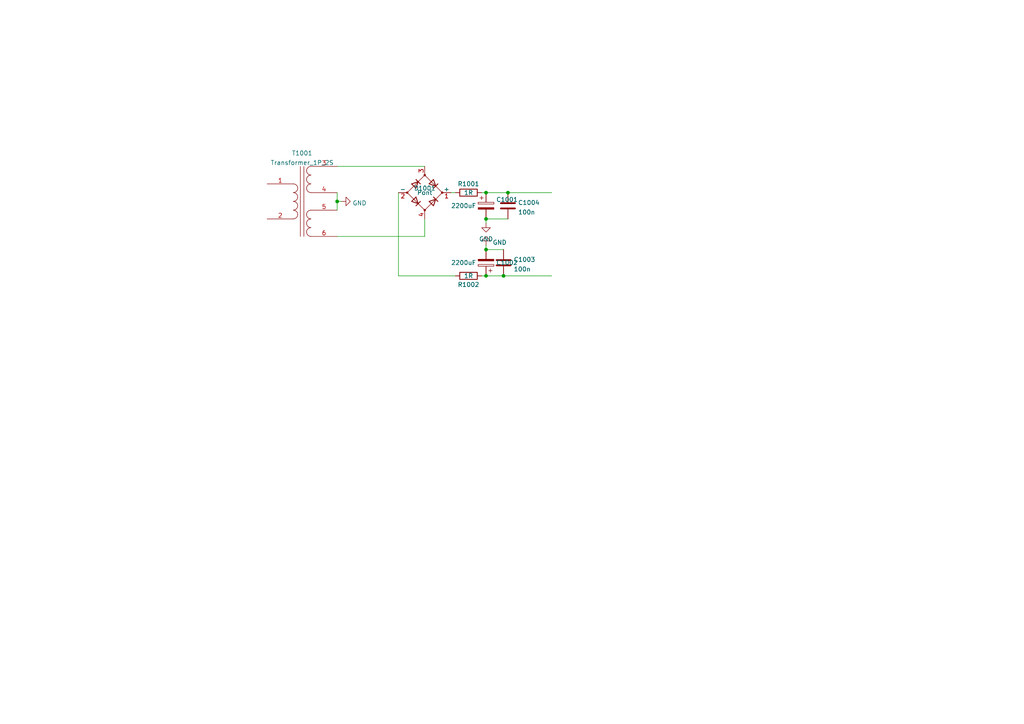
<source format=kicad_sch>
(kicad_sch (version 20211123) (generator eeschema)
  (paper "A4")
  (lib_symbols
    (symbol "Device:C" (pin_numbers hide) (pin_names (offset 0.254))
      (property "Reference" "C" (at 0.635 2.54 0))
      (property "Value" "C" (at 0.635 -2.54 0))
      (symbol "C_0_1"
        (polyline (pts (xy -2.032 -0.762) (xy 2.032 -0.762)) (stroke (width 0.508)))
        (polyline (pts (xy -2.032 0.762) (xy 2.032 0.762)) (stroke (width 0.508)))
      )
      (symbol "C_1_1"
        (pin passive line (at 0 3.81 270) (length 2.794) (name "~") (number "1"))
        (pin passive line (at 0 -3.81 90) (length 2.794) (name "~") (number "2"))
      )
    )
    (symbol "Device:C_Polarized" (pin_numbers hide) (pin_names (offset 0.254))
      (property "Reference" "C" (at 0.635 2.54 0))
      (property "Value" "C_Polarized" (at 0.635 -2.54 0))
      (symbol "C_Polarized_0_1"
        (rectangle (start -2.286 0.508) (end 2.286 1.016))
        (polyline (pts (xy -1.778 2.286) (xy -0.762 2.286)))
        (polyline (pts (xy -1.27 2.794) (xy -1.27 1.778)))
        (rectangle (start 2.286 -0.508) (end -2.286 -1.016) (fill (type outline)))
      )
      (symbol "C_Polarized_1_1"
        (pin passive line (at 0 3.81 270) (length 2.794) (name "~") (number "1"))
        (pin passive line (at 0 -3.81 90) (length 2.794) (name "~") (number "2"))
      )
    )
    (symbol "Device:D_Bridge_+-AA" (pin_names (offset 0))
      (property "Reference" "D" (at 2.54 6.985 0))
      (property "Value" "D_Bridge_+-AA" (at 2.54 5.08 0))
      (symbol "D_Bridge_+-AA_0_1"
        (circle (center -5.08 0) (radius 0.254) (fill (type outline)))
        (circle (center 0 -5.08) (radius 0.254) (fill (type outline)))
        (polyline (pts (xy -2.54 3.81) (xy -1.27 2.54)) (stroke (width 0.254)))
        (polyline (pts (xy -1.27 -2.54) (xy -2.54 -3.81)) (stroke (width 0.254)))
        (polyline (pts (xy 2.54 -1.27) (xy 3.81 -2.54)) (stroke (width 0.254)))
        (polyline (pts (xy 2.54 1.27) (xy 3.81 2.54)) (stroke (width 0.254)))
        (polyline (pts (xy -3.81 2.54) (xy -2.54 1.27) (xy -1.905 3.175) (xy -3.81 2.54)) (stroke (width 0.254)))
        (polyline (pts (xy -2.54 -1.27) (xy -3.81 -2.54) (xy -1.905 -3.175) (xy -2.54 -1.27)) (stroke (width 0.254)))
        (polyline (pts (xy 1.27 2.54) (xy 2.54 3.81) (xy 3.175 1.905) (xy 1.27 2.54)) (stroke (width 0.254)))
        (polyline (pts (xy 3.175 -1.905) (xy 1.27 -2.54) (xy 2.54 -3.81) (xy 3.175 -1.905)) (stroke (width 0.254)))
        (polyline (pts (xy -5.08 0) (xy 0 -5.08) (xy 5.08 0) (xy 0 5.08) (xy -5.08 0)))
        (circle (center 0 5.08) (radius 0.254) (fill (type outline)))
        (circle (center 5.08 0) (radius 0.254) (fill (type outline)))
      )
      (symbol "D_Bridge_+-AA_1_1"
        (pin passive line (at 7.62 0 180) (length 2.54) (name "+") (number "1"))
        (pin passive line (at -7.62 0 0) (length 2.54) (name "-") (number "2"))
        (pin passive line (at 0 7.62 270) (length 2.54) (name "~") (number "3"))
        (pin passive line (at 0 -7.62 90) (length 2.54) (name "~") (number "4"))
      )
    )
    (symbol "Device:R" (pin_numbers hide) (pin_names (offset 0))
      (property "Reference" "R" (at 2.032 0 90))
      (property "Value" "R" (at 0 0 90))
      (symbol "R_0_1"
        (rectangle (start -1.016 -2.54) (end 1.016 2.54) (stroke (width 0.254)))
      )
      (symbol "R_1_1"
        (pin passive line (at 0 3.81 270) (length 1.27) (name "~") (number "1"))
        (pin passive line (at 0 -3.81 90) (length 1.27) (name "~") (number "2"))
      )
    )
    (symbol "Device:Transformer_1P_2S" (pin_names (offset 1.016) hide)
      (property "Reference" "T" (at 0 12.7 0))
      (property "Value" "Transformer_1P_2S" (at 0 -12.7 0))
      (symbol "Transformer_1P_2S_0_1"
        (arc (start -2.54 -5.0546) (mid -1.6561 -4.6863) (end -1.27 -3.81))
        (arc (start -2.54 -2.5146) (mid -1.6561 -2.1463) (end -1.27 -1.27))
        (arc (start -2.54 0.0254) (mid -1.6561 0.3937) (end -1.27 1.27))
        (arc (start -2.54 2.5654) (mid -1.6561 2.9337) (end -1.27 3.81))
        (arc (start -1.27 -3.81) (mid -1.642 -2.912) (end -2.54 -2.54))
        (arc (start -1.27 -1.27) (mid -1.642 -0.372) (end -2.54 0))
        (arc (start -1.27 1.27) (mid -1.642 2.168) (end -2.54 2.54))
        (arc (start -1.27 3.81) (mid -1.642 4.708) (end -2.54 5.08))
        (polyline (pts (xy -0.508 -10.16) (xy -0.508 10.16)))
        (polyline (pts (xy 0.508 10.16) (xy 0.508 -10.16)))
        (arc (start 1.2954 -8.89) (mid 1.6599 -9.7701) (end 2.54 -10.1346))
        (arc (start 1.2954 -6.35) (mid 1.6599 -7.2301) (end 2.54 -7.5946))
        (arc (start 1.2954 -3.81) (mid 1.6599 -4.6901) (end 2.54 -5.0546))
        (arc (start 1.2954 3.81) (mid 1.6599 2.9299) (end 2.54 2.5654))
        (arc (start 1.2954 6.35) (mid 1.6599 5.4699) (end 2.54 5.1054))
        (arc (start 1.2954 8.89) (mid 1.6599 8.0099) (end 2.54 7.6454))
        (arc (start 2.54 -7.62) (mid 1.6456 -7.9883) (end 1.2954 -8.89))
        (arc (start 2.54 -5.08) (mid 1.6456 -5.4483) (end 1.2954 -6.35))
        (arc (start 2.54 -2.54) (mid 1.6456 -2.9083) (end 1.2954 -3.81))
        (arc (start 2.54 5.08) (mid 1.6456 4.7117) (end 1.2954 3.81))
        (arc (start 2.54 7.62) (mid 1.6456 7.2517) (end 1.2954 6.35))
        (arc (start 2.54 10.16) (mid 1.6456 9.7917) (end 1.2954 8.89))
      )
      (symbol "Transformer_1P_2S_1_1"
        (pin passive line (at -10.16 5.08 0) (length 7.62) (name "AA") (number "1"))
        (pin passive line (at -10.16 -5.08 0) (length 7.62) (name "AB") (number "2"))
        (pin passive line (at 10.16 10.16 180) (length 7.62) (name "SA") (number "3"))
        (pin passive line (at 10.16 2.54 180) (length 7.62) (name "SB") (number "4"))
        (pin passive line (at 10.16 -2.54 180) (length 7.62) (name "SC") (number "5"))
        (pin passive line (at 10.16 -10.16 180) (length 7.62) (name "SD") (number "6"))
      )
    )
    (symbol "power:GND" (power) (pin_names (offset 0))
      (property "Value" "GND" (at 0 -3.81 0))
      (symbol "GND_0_1"
        (polyline (pts (xy 0 0) (xy 0 -1.27) (xy 1.27 -1.27) (xy 0 -2.54) (xy -1.27 -1.27) (xy 0 -1.27)))
      )
      (symbol "GND_1_1"
        (pin power_in line (at 0 0 270) (length 0) hide (name "GND") (number "1"))
      )
    )
  )
  (junction (at 147.32 55.88))
  (junction (at 140.97 80.01))
  (junction (at 146.05 80.01))
  (junction (at 140.97 55.88))
  (junction (at 140.97 72.39))
  (junction (at 140.97 63.5))
  (junction (at 97.79 58.42))
  (wire (pts (xy 140.97 80.01) (xy 146.05 80.01)))
  (wire (pts (xy 97.79 58.42) (xy 97.79 60.96)))
  (wire (pts (xy 140.97 55.88) (xy 147.32 55.88)))
  (wire (pts (xy 140.97 63.5) (xy 140.97 64.77)))
  (wire (pts (xy 146.05 80.01) (xy 160.02 80.01)))
  (wire (pts (xy 140.97 63.5) (xy 147.32 63.5)))
  (wire (pts (xy 123.19 68.58) (xy 123.19 63.5)))
  (wire (pts (xy 140.97 72.39) (xy 146.05 72.39)))
  (wire (pts (xy 139.7 55.88) (xy 140.97 55.88)))
  (wire (pts (xy 140.97 71.12) (xy 140.97 72.39)))
  (wire (pts (xy 147.32 55.88) (xy 160.02 55.88)))
  (wire (pts (xy 132.08 80.01) (xy 115.57 80.01)))
  (wire (pts (xy 97.79 58.42) (xy 99.06 58.42)))
  (wire (pts (xy 97.79 55.88) (xy 97.79 58.42)))
  (wire (pts (xy 97.79 68.58) (xy 123.19 68.58)))
  (wire (pts (xy 139.7 80.01) (xy 140.97 80.01)))
  (wire (pts (xy 130.81 55.88) (xy 132.08 55.88)))
  (wire (pts (xy 115.57 80.01) (xy 115.57 55.88)))
  (wire (pts (xy 97.79 48.26) (xy 123.19 48.26)))
  (symbol (lib_id "Device:Transformer_1P_2S") (at 87.63 58.42 0) (unit 1)
    (property "Reference" "T1001" (at 87.63 44.4203 0))
    (property "Value" "Transformer_1P_2S" (at 87.63 47.1954 0))
  )
  (symbol (lib_id "power:GND") (at 140.97 64.77 0) (unit 1)
    (property "Reference" "#PWR01002" (effects hide))
    (property "Value" "GND" (at 140.97 69.3325 0))
  )
  (symbol (lib_id "Device:C") (at 147.32 59.69 0) (unit 1)
    (property "Reference" "C1004" (at 150.241 58.7815 0) (effects (justify left)))
    (property "Value" "100n" (at 150.241 61.5566 0) (effects (justify left)))
  )
  (symbol (lib_id "Device:R") (at 135.89 55.88 90) (unit 1)
    (property "Reference" "R1001" (at 135.89 53.34 90))
    (property "Value" "1R" (at 135.89 55.88 90))
  )
  (symbol (lib_id "Device:C_Polarized") (at 140.97 59.69 0) (unit 1)
    (property "Reference" "C1001" (at 143.891 57.8925 0) (effects (justify left)))
    (property "Value" "2200uF" (at 130.81 59.69 0) (effects (justify left)))
  )
  (symbol (lib_id "Device:C") (at 146.05 76.2 0) (unit 1)
    (property "Reference" "C1003" (at 148.971 75.2915 0) (effects (justify left)))
    (property "Value" "100n" (at 148.971 78.0666 0) (effects (justify left)))
  )
  (symbol (lib_id "Device:R") (at 135.89 80.01 90) (unit 1)
    (property "Reference" "R1002" (at 135.89 82.55 90))
    (property "Value" "1R" (at 135.89 80.01 90))
  )
  (symbol (lib_id "Device:C_Polarized") (at 140.97 76.2 180) (unit 1)
    (property "Reference" "C1002" (at 143.891 76.1805 0) (effects (justify right)))
    (property "Value" "2200uF" (at 130.81 76.2 0) (effects (justify right)))
  )
  (symbol (lib_id "power:GND") (at 99.06 58.42 90) (unit 1)
    (property "Reference" "#PWR01001" (effects hide))
    (property "Value" "GND" (at 102.235 58.899 90) (effects (justify right)))
  )
  (symbol (lib_id "power:GND") (at 140.97 71.12 180) (unit 1)
    (property "Reference" "#PWR01003" (effects hide))
    (property "Value" "GND" (at 142.875 70.329 0) (effects (justify right)))
  )
  (symbol (lib_id "Device:D_Bridge_+-AA") (at 123.19 55.88 0) (unit 1)
    (property "Reference" "D1001" (at 123.19 54.61 0))
    (property "Value" "Pont" (at 123.19 55.88 0))
  )
)
</source>
